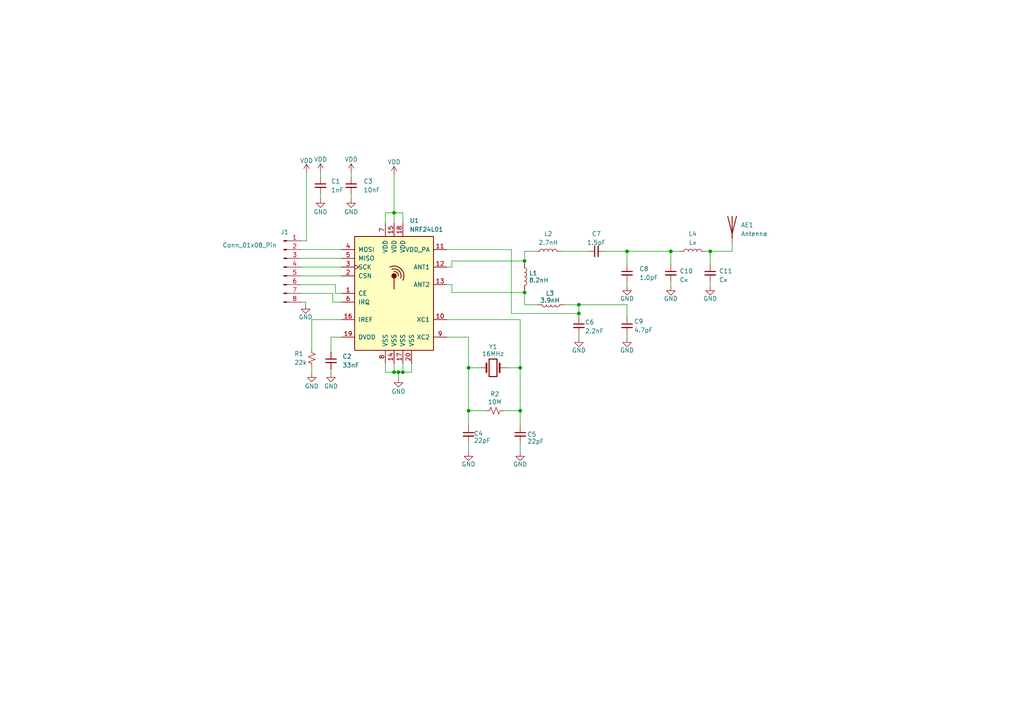
<source format=kicad_sch>
(kicad_sch (version 20230121) (generator eeschema)

  (uuid 6942be11-e476-41bf-8baa-8c8e4a8403a5)

  (paper "A4")

  (lib_symbols
    (symbol "Connector:Conn_01x08_Pin" (pin_names (offset 1.016) hide) (in_bom yes) (on_board yes)
      (property "Reference" "J" (at 0 10.16 0)
        (effects (font (size 1.27 1.27)))
      )
      (property "Value" "Conn_01x08_Pin" (at 0 -12.7 0)
        (effects (font (size 1.27 1.27)))
      )
      (property "Footprint" "" (at 0 0 0)
        (effects (font (size 1.27 1.27)) hide)
      )
      (property "Datasheet" "~" (at 0 0 0)
        (effects (font (size 1.27 1.27)) hide)
      )
      (property "ki_locked" "" (at 0 0 0)
        (effects (font (size 1.27 1.27)))
      )
      (property "ki_keywords" "connector" (at 0 0 0)
        (effects (font (size 1.27 1.27)) hide)
      )
      (property "ki_description" "Generic connector, single row, 01x08, script generated" (at 0 0 0)
        (effects (font (size 1.27 1.27)) hide)
      )
      (property "ki_fp_filters" "Connector*:*_1x??_*" (at 0 0 0)
        (effects (font (size 1.27 1.27)) hide)
      )
      (symbol "Conn_01x08_Pin_1_1"
        (polyline
          (pts
            (xy 1.27 -10.16)
            (xy 0.8636 -10.16)
          )
          (stroke (width 0.1524) (type default))
          (fill (type none))
        )
        (polyline
          (pts
            (xy 1.27 -7.62)
            (xy 0.8636 -7.62)
          )
          (stroke (width 0.1524) (type default))
          (fill (type none))
        )
        (polyline
          (pts
            (xy 1.27 -5.08)
            (xy 0.8636 -5.08)
          )
          (stroke (width 0.1524) (type default))
          (fill (type none))
        )
        (polyline
          (pts
            (xy 1.27 -2.54)
            (xy 0.8636 -2.54)
          )
          (stroke (width 0.1524) (type default))
          (fill (type none))
        )
        (polyline
          (pts
            (xy 1.27 0)
            (xy 0.8636 0)
          )
          (stroke (width 0.1524) (type default))
          (fill (type none))
        )
        (polyline
          (pts
            (xy 1.27 2.54)
            (xy 0.8636 2.54)
          )
          (stroke (width 0.1524) (type default))
          (fill (type none))
        )
        (polyline
          (pts
            (xy 1.27 5.08)
            (xy 0.8636 5.08)
          )
          (stroke (width 0.1524) (type default))
          (fill (type none))
        )
        (polyline
          (pts
            (xy 1.27 7.62)
            (xy 0.8636 7.62)
          )
          (stroke (width 0.1524) (type default))
          (fill (type none))
        )
        (rectangle (start 0.8636 -10.033) (end 0 -10.287)
          (stroke (width 0.1524) (type default))
          (fill (type outline))
        )
        (rectangle (start 0.8636 -7.493) (end 0 -7.747)
          (stroke (width 0.1524) (type default))
          (fill (type outline))
        )
        (rectangle (start 0.8636 -4.953) (end 0 -5.207)
          (stroke (width 0.1524) (type default))
          (fill (type outline))
        )
        (rectangle (start 0.8636 -2.413) (end 0 -2.667)
          (stroke (width 0.1524) (type default))
          (fill (type outline))
        )
        (rectangle (start 0.8636 0.127) (end 0 -0.127)
          (stroke (width 0.1524) (type default))
          (fill (type outline))
        )
        (rectangle (start 0.8636 2.667) (end 0 2.413)
          (stroke (width 0.1524) (type default))
          (fill (type outline))
        )
        (rectangle (start 0.8636 5.207) (end 0 4.953)
          (stroke (width 0.1524) (type default))
          (fill (type outline))
        )
        (rectangle (start 0.8636 7.747) (end 0 7.493)
          (stroke (width 0.1524) (type default))
          (fill (type outline))
        )
        (pin passive line (at 5.08 7.62 180) (length 3.81)
          (name "Pin_1" (effects (font (size 1.27 1.27))))
          (number "1" (effects (font (size 1.27 1.27))))
        )
        (pin passive line (at 5.08 5.08 180) (length 3.81)
          (name "Pin_2" (effects (font (size 1.27 1.27))))
          (number "2" (effects (font (size 1.27 1.27))))
        )
        (pin passive line (at 5.08 2.54 180) (length 3.81)
          (name "Pin_3" (effects (font (size 1.27 1.27))))
          (number "3" (effects (font (size 1.27 1.27))))
        )
        (pin passive line (at 5.08 0 180) (length 3.81)
          (name "Pin_4" (effects (font (size 1.27 1.27))))
          (number "4" (effects (font (size 1.27 1.27))))
        )
        (pin passive line (at 5.08 -2.54 180) (length 3.81)
          (name "Pin_5" (effects (font (size 1.27 1.27))))
          (number "5" (effects (font (size 1.27 1.27))))
        )
        (pin passive line (at 5.08 -5.08 180) (length 3.81)
          (name "Pin_6" (effects (font (size 1.27 1.27))))
          (number "6" (effects (font (size 1.27 1.27))))
        )
        (pin passive line (at 5.08 -7.62 180) (length 3.81)
          (name "Pin_7" (effects (font (size 1.27 1.27))))
          (number "7" (effects (font (size 1.27 1.27))))
        )
        (pin passive line (at 5.08 -10.16 180) (length 3.81)
          (name "Pin_8" (effects (font (size 1.27 1.27))))
          (number "8" (effects (font (size 1.27 1.27))))
        )
      )
    )
    (symbol "Device:Antenna" (pin_numbers hide) (pin_names (offset 1.016) hide) (in_bom yes) (on_board yes)
      (property "Reference" "AE" (at -1.905 1.905 0)
        (effects (font (size 1.27 1.27)) (justify right))
      )
      (property "Value" "Antenna" (at -1.905 0 0)
        (effects (font (size 1.27 1.27)) (justify right))
      )
      (property "Footprint" "" (at 0 0 0)
        (effects (font (size 1.27 1.27)) hide)
      )
      (property "Datasheet" "~" (at 0 0 0)
        (effects (font (size 1.27 1.27)) hide)
      )
      (property "ki_keywords" "antenna" (at 0 0 0)
        (effects (font (size 1.27 1.27)) hide)
      )
      (property "ki_description" "Antenna" (at 0 0 0)
        (effects (font (size 1.27 1.27)) hide)
      )
      (symbol "Antenna_0_1"
        (polyline
          (pts
            (xy 0 2.54)
            (xy 0 -3.81)
          )
          (stroke (width 0.254) (type default))
          (fill (type none))
        )
        (polyline
          (pts
            (xy 1.27 2.54)
            (xy 0 -2.54)
            (xy -1.27 2.54)
          )
          (stroke (width 0.254) (type default))
          (fill (type none))
        )
      )
      (symbol "Antenna_1_1"
        (pin input line (at 0 -5.08 90) (length 2.54)
          (name "A" (effects (font (size 1.27 1.27))))
          (number "1" (effects (font (size 1.27 1.27))))
        )
      )
    )
    (symbol "Device:C_Small" (pin_numbers hide) (pin_names (offset 0.254) hide) (in_bom yes) (on_board yes)
      (property "Reference" "C" (at 0.254 1.778 0)
        (effects (font (size 1.27 1.27)) (justify left))
      )
      (property "Value" "C_Small" (at 0.254 -2.032 0)
        (effects (font (size 1.27 1.27)) (justify left))
      )
      (property "Footprint" "" (at 0 0 0)
        (effects (font (size 1.27 1.27)) hide)
      )
      (property "Datasheet" "~" (at 0 0 0)
        (effects (font (size 1.27 1.27)) hide)
      )
      (property "ki_keywords" "capacitor cap" (at 0 0 0)
        (effects (font (size 1.27 1.27)) hide)
      )
      (property "ki_description" "Unpolarized capacitor, small symbol" (at 0 0 0)
        (effects (font (size 1.27 1.27)) hide)
      )
      (property "ki_fp_filters" "C_*" (at 0 0 0)
        (effects (font (size 1.27 1.27)) hide)
      )
      (symbol "C_Small_0_1"
        (polyline
          (pts
            (xy -1.524 -0.508)
            (xy 1.524 -0.508)
          )
          (stroke (width 0.3302) (type default))
          (fill (type none))
        )
        (polyline
          (pts
            (xy -1.524 0.508)
            (xy 1.524 0.508)
          )
          (stroke (width 0.3048) (type default))
          (fill (type none))
        )
      )
      (symbol "C_Small_1_1"
        (pin passive line (at 0 2.54 270) (length 2.032)
          (name "~" (effects (font (size 1.27 1.27))))
          (number "1" (effects (font (size 1.27 1.27))))
        )
        (pin passive line (at 0 -2.54 90) (length 2.032)
          (name "~" (effects (font (size 1.27 1.27))))
          (number "2" (effects (font (size 1.27 1.27))))
        )
      )
    )
    (symbol "Device:Crystal" (pin_numbers hide) (pin_names (offset 1.016) hide) (in_bom yes) (on_board yes)
      (property "Reference" "Y" (at 0 3.81 0)
        (effects (font (size 1.27 1.27)))
      )
      (property "Value" "Crystal" (at 0 -3.81 0)
        (effects (font (size 1.27 1.27)))
      )
      (property "Footprint" "" (at 0 0 0)
        (effects (font (size 1.27 1.27)) hide)
      )
      (property "Datasheet" "~" (at 0 0 0)
        (effects (font (size 1.27 1.27)) hide)
      )
      (property "ki_keywords" "quartz ceramic resonator oscillator" (at 0 0 0)
        (effects (font (size 1.27 1.27)) hide)
      )
      (property "ki_description" "Two pin crystal" (at 0 0 0)
        (effects (font (size 1.27 1.27)) hide)
      )
      (property "ki_fp_filters" "Crystal*" (at 0 0 0)
        (effects (font (size 1.27 1.27)) hide)
      )
      (symbol "Crystal_0_1"
        (rectangle (start -1.143 2.54) (end 1.143 -2.54)
          (stroke (width 0.3048) (type default))
          (fill (type none))
        )
        (polyline
          (pts
            (xy -2.54 0)
            (xy -1.905 0)
          )
          (stroke (width 0) (type default))
          (fill (type none))
        )
        (polyline
          (pts
            (xy -1.905 -1.27)
            (xy -1.905 1.27)
          )
          (stroke (width 0.508) (type default))
          (fill (type none))
        )
        (polyline
          (pts
            (xy 1.905 -1.27)
            (xy 1.905 1.27)
          )
          (stroke (width 0.508) (type default))
          (fill (type none))
        )
        (polyline
          (pts
            (xy 2.54 0)
            (xy 1.905 0)
          )
          (stroke (width 0) (type default))
          (fill (type none))
        )
      )
      (symbol "Crystal_1_1"
        (pin passive line (at -3.81 0 0) (length 1.27)
          (name "1" (effects (font (size 1.27 1.27))))
          (number "1" (effects (font (size 1.27 1.27))))
        )
        (pin passive line (at 3.81 0 180) (length 1.27)
          (name "2" (effects (font (size 1.27 1.27))))
          (number "2" (effects (font (size 1.27 1.27))))
        )
      )
    )
    (symbol "Device:L" (pin_numbers hide) (pin_names (offset 1.016) hide) (in_bom yes) (on_board yes)
      (property "Reference" "L" (at -1.27 0 90)
        (effects (font (size 1.27 1.27)))
      )
      (property "Value" "L" (at 1.905 0 90)
        (effects (font (size 1.27 1.27)))
      )
      (property "Footprint" "" (at 0 0 0)
        (effects (font (size 1.27 1.27)) hide)
      )
      (property "Datasheet" "~" (at 0 0 0)
        (effects (font (size 1.27 1.27)) hide)
      )
      (property "ki_keywords" "inductor choke coil reactor magnetic" (at 0 0 0)
        (effects (font (size 1.27 1.27)) hide)
      )
      (property "ki_description" "Inductor" (at 0 0 0)
        (effects (font (size 1.27 1.27)) hide)
      )
      (property "ki_fp_filters" "Choke_* *Coil* Inductor_* L_*" (at 0 0 0)
        (effects (font (size 1.27 1.27)) hide)
      )
      (symbol "L_0_1"
        (arc (start 0 -2.54) (mid 0.6323 -1.905) (end 0 -1.27)
          (stroke (width 0) (type default))
          (fill (type none))
        )
        (arc (start 0 -1.27) (mid 0.6323 -0.635) (end 0 0)
          (stroke (width 0) (type default))
          (fill (type none))
        )
        (arc (start 0 0) (mid 0.6323 0.635) (end 0 1.27)
          (stroke (width 0) (type default))
          (fill (type none))
        )
        (arc (start 0 1.27) (mid 0.6323 1.905) (end 0 2.54)
          (stroke (width 0) (type default))
          (fill (type none))
        )
      )
      (symbol "L_1_1"
        (pin passive line (at 0 3.81 270) (length 1.27)
          (name "1" (effects (font (size 1.27 1.27))))
          (number "1" (effects (font (size 1.27 1.27))))
        )
        (pin passive line (at 0 -3.81 90) (length 1.27)
          (name "2" (effects (font (size 1.27 1.27))))
          (number "2" (effects (font (size 1.27 1.27))))
        )
      )
    )
    (symbol "Device:R_Small_US" (pin_numbers hide) (pin_names (offset 0.254) hide) (in_bom yes) (on_board yes)
      (property "Reference" "R" (at 0.762 0.508 0)
        (effects (font (size 1.27 1.27)) (justify left))
      )
      (property "Value" "R_Small_US" (at 0.762 -1.016 0)
        (effects (font (size 1.27 1.27)) (justify left))
      )
      (property "Footprint" "" (at 0 0 0)
        (effects (font (size 1.27 1.27)) hide)
      )
      (property "Datasheet" "~" (at 0 0 0)
        (effects (font (size 1.27 1.27)) hide)
      )
      (property "ki_keywords" "r resistor" (at 0 0 0)
        (effects (font (size 1.27 1.27)) hide)
      )
      (property "ki_description" "Resistor, small US symbol" (at 0 0 0)
        (effects (font (size 1.27 1.27)) hide)
      )
      (property "ki_fp_filters" "R_*" (at 0 0 0)
        (effects (font (size 1.27 1.27)) hide)
      )
      (symbol "R_Small_US_1_1"
        (polyline
          (pts
            (xy 0 0)
            (xy 1.016 -0.381)
            (xy 0 -0.762)
            (xy -1.016 -1.143)
            (xy 0 -1.524)
          )
          (stroke (width 0) (type default))
          (fill (type none))
        )
        (polyline
          (pts
            (xy 0 1.524)
            (xy 1.016 1.143)
            (xy 0 0.762)
            (xy -1.016 0.381)
            (xy 0 0)
          )
          (stroke (width 0) (type default))
          (fill (type none))
        )
        (pin passive line (at 0 2.54 270) (length 1.016)
          (name "~" (effects (font (size 1.27 1.27))))
          (number "1" (effects (font (size 1.27 1.27))))
        )
        (pin passive line (at 0 -2.54 90) (length 1.016)
          (name "~" (effects (font (size 1.27 1.27))))
          (number "2" (effects (font (size 1.27 1.27))))
        )
      )
    )
    (symbol "RF:NRF24L01" (pin_names (offset 1.016)) (in_bom yes) (on_board yes)
      (property "Reference" "U" (at -11.43 17.78 0)
        (effects (font (size 1.27 1.27)) (justify left))
      )
      (property "Value" "NRF24L01" (at 5.08 17.78 0)
        (effects (font (size 1.27 1.27)) (justify left))
      )
      (property "Footprint" "Package_DFN_QFN:QFN-20-1EP_4x4mm_P0.5mm_EP2.5x2.5mm" (at 5.08 20.32 0)
        (effects (font (size 1.27 1.27) italic) (justify left) hide)
      )
      (property "Datasheet" "http://www.nordicsemi.com/eng/content/download/2730/34105/file/nRF24L01_Product_Specification_v2_0.pdf" (at 0 2.54 0)
        (effects (font (size 1.27 1.27)) hide)
      )
      (property "ki_keywords" "Low Power RF Transceiver" (at 0 0 0)
        (effects (font (size 1.27 1.27)) hide)
      )
      (property "ki_description" "Ultra low power 2.4GHz RF Transceiver, QFN-20" (at 0 0 0)
        (effects (font (size 1.27 1.27)) hide)
      )
      (property "ki_fp_filters" "QFN*4x4*0.5mm*" (at 0 0 0)
        (effects (font (size 1.27 1.27)) hide)
      )
      (symbol "NRF24L01_0_1"
        (rectangle (start -11.43 16.51) (end 11.43 -16.51)
          (stroke (width 0.254) (type default))
          (fill (type background))
        )
        (polyline
          (pts
            (xy 0 4.445)
            (xy 0 1.27)
          )
          (stroke (width 0.254) (type default))
          (fill (type none))
        )
        (circle (center 0 5.08) (radius 0.635)
          (stroke (width 0.254) (type default))
          (fill (type outline))
        )
        (arc (start 1.27 5.08) (mid 0.9071 5.9946) (end 0 6.35)
          (stroke (width 0.254) (type default))
          (fill (type none))
        )
        (arc (start 1.905 4.445) (mid 1.4313 6.5254) (end -0.635 6.985)
          (stroke (width 0.254) (type default))
          (fill (type none))
        )
        (arc (start 2.54 3.81) (mid 2.008 7.088) (end -1.27 7.62)
          (stroke (width 0.254) (type default))
          (fill (type none))
        )
        (rectangle (start 11.43 -13.97) (end 11.43 -13.97)
          (stroke (width 0) (type default))
          (fill (type none))
        )
      )
      (symbol "NRF24L01_1_1"
        (pin input line (at -15.24 0 0) (length 3.81)
          (name "CE" (effects (font (size 1.27 1.27))))
          (number "1" (effects (font (size 1.27 1.27))))
        )
        (pin passive line (at 15.24 -7.62 180) (length 3.81)
          (name "XC1" (effects (font (size 1.27 1.27))))
          (number "10" (effects (font (size 1.27 1.27))))
        )
        (pin power_out line (at 15.24 12.7 180) (length 3.81)
          (name "VDD_PA" (effects (font (size 1.27 1.27))))
          (number "11" (effects (font (size 1.27 1.27))))
        )
        (pin passive line (at 15.24 7.62 180) (length 3.81)
          (name "ANT1" (effects (font (size 1.27 1.27))))
          (number "12" (effects (font (size 1.27 1.27))))
        )
        (pin passive line (at 15.24 2.54 180) (length 3.81)
          (name "ANT2" (effects (font (size 1.27 1.27))))
          (number "13" (effects (font (size 1.27 1.27))))
        )
        (pin power_in line (at 0 -20.32 90) (length 3.81)
          (name "VSS" (effects (font (size 1.27 1.27))))
          (number "14" (effects (font (size 1.27 1.27))))
        )
        (pin power_in line (at 0 20.32 270) (length 3.81)
          (name "VDD" (effects (font (size 1.27 1.27))))
          (number "15" (effects (font (size 1.27 1.27))))
        )
        (pin passive line (at -15.24 -7.62 0) (length 3.81)
          (name "IREF" (effects (font (size 1.27 1.27))))
          (number "16" (effects (font (size 1.27 1.27))))
        )
        (pin power_in line (at 2.54 -20.32 90) (length 3.81)
          (name "VSS" (effects (font (size 1.27 1.27))))
          (number "17" (effects (font (size 1.27 1.27))))
        )
        (pin power_in line (at 2.54 20.32 270) (length 3.81)
          (name "VDD" (effects (font (size 1.27 1.27))))
          (number "18" (effects (font (size 1.27 1.27))))
        )
        (pin power_out line (at -15.24 -12.7 0) (length 3.81)
          (name "DVDD" (effects (font (size 1.27 1.27))))
          (number "19" (effects (font (size 1.27 1.27))))
        )
        (pin input line (at -15.24 5.08 0) (length 3.81)
          (name "CSN" (effects (font (size 1.27 1.27))))
          (number "2" (effects (font (size 1.27 1.27))))
        )
        (pin power_in line (at 5.08 -20.32 90) (length 3.81)
          (name "VSS" (effects (font (size 1.27 1.27))))
          (number "20" (effects (font (size 1.27 1.27))))
        )
        (pin input clock (at -15.24 7.62 0) (length 3.81)
          (name "SCK" (effects (font (size 1.27 1.27))))
          (number "3" (effects (font (size 1.27 1.27))))
        )
        (pin input line (at -15.24 12.7 0) (length 3.81)
          (name "MOSI" (effects (font (size 1.27 1.27))))
          (number "4" (effects (font (size 1.27 1.27))))
        )
        (pin output line (at -15.24 10.16 0) (length 3.81)
          (name "MISO" (effects (font (size 1.27 1.27))))
          (number "5" (effects (font (size 1.27 1.27))))
        )
        (pin output line (at -15.24 -2.54 0) (length 3.81)
          (name "IRQ" (effects (font (size 1.27 1.27))))
          (number "6" (effects (font (size 1.27 1.27))))
        )
        (pin power_in line (at -2.54 20.32 270) (length 3.81)
          (name "VDD" (effects (font (size 1.27 1.27))))
          (number "7" (effects (font (size 1.27 1.27))))
        )
        (pin power_in line (at -2.54 -20.32 90) (length 3.81)
          (name "VSS" (effects (font (size 1.27 1.27))))
          (number "8" (effects (font (size 1.27 1.27))))
        )
        (pin passive line (at 15.24 -12.7 180) (length 3.81)
          (name "XC2" (effects (font (size 1.27 1.27))))
          (number "9" (effects (font (size 1.27 1.27))))
        )
      )
    )
    (symbol "power:GND" (power) (pin_names (offset 0)) (in_bom yes) (on_board yes)
      (property "Reference" "#PWR" (at 0 -6.35 0)
        (effects (font (size 1.27 1.27)) hide)
      )
      (property "Value" "GND" (at 0 -3.81 0)
        (effects (font (size 1.27 1.27)))
      )
      (property "Footprint" "" (at 0 0 0)
        (effects (font (size 1.27 1.27)) hide)
      )
      (property "Datasheet" "" (at 0 0 0)
        (effects (font (size 1.27 1.27)) hide)
      )
      (property "ki_keywords" "global power" (at 0 0 0)
        (effects (font (size 1.27 1.27)) hide)
      )
      (property "ki_description" "Power symbol creates a global label with name \"GND\" , ground" (at 0 0 0)
        (effects (font (size 1.27 1.27)) hide)
      )
      (symbol "GND_0_1"
        (polyline
          (pts
            (xy 0 0)
            (xy 0 -1.27)
            (xy 1.27 -1.27)
            (xy 0 -2.54)
            (xy -1.27 -1.27)
            (xy 0 -1.27)
          )
          (stroke (width 0) (type default))
          (fill (type none))
        )
      )
      (symbol "GND_1_1"
        (pin power_in line (at 0 0 270) (length 0) hide
          (name "GND" (effects (font (size 1.27 1.27))))
          (number "1" (effects (font (size 1.27 1.27))))
        )
      )
    )
    (symbol "power:VDD" (power) (pin_names (offset 0)) (in_bom yes) (on_board yes)
      (property "Reference" "#PWR" (at 0 -3.81 0)
        (effects (font (size 1.27 1.27)) hide)
      )
      (property "Value" "VDD" (at 0 3.81 0)
        (effects (font (size 1.27 1.27)))
      )
      (property "Footprint" "" (at 0 0 0)
        (effects (font (size 1.27 1.27)) hide)
      )
      (property "Datasheet" "" (at 0 0 0)
        (effects (font (size 1.27 1.27)) hide)
      )
      (property "ki_keywords" "global power" (at 0 0 0)
        (effects (font (size 1.27 1.27)) hide)
      )
      (property "ki_description" "Power symbol creates a global label with name \"VDD\"" (at 0 0 0)
        (effects (font (size 1.27 1.27)) hide)
      )
      (symbol "VDD_0_1"
        (polyline
          (pts
            (xy -0.762 1.27)
            (xy 0 2.54)
          )
          (stroke (width 0) (type default))
          (fill (type none))
        )
        (polyline
          (pts
            (xy 0 0)
            (xy 0 2.54)
          )
          (stroke (width 0) (type default))
          (fill (type none))
        )
        (polyline
          (pts
            (xy 0 2.54)
            (xy 0.762 1.27)
          )
          (stroke (width 0) (type default))
          (fill (type none))
        )
      )
      (symbol "VDD_1_1"
        (pin power_in line (at 0 0 90) (length 0) hide
          (name "VDD" (effects (font (size 1.27 1.27))))
          (number "1" (effects (font (size 1.27 1.27))))
        )
      )
    )
  )

  (junction (at 135.89 106.68) (diameter 0) (color 0 0 0 0)
    (uuid 06fb5ad8-723c-40d1-a8af-08a5f55aa43b)
  )
  (junction (at 194.564 72.898) (diameter 0) (color 0 0 0 0)
    (uuid 0968d40c-f76c-4554-bef9-84f2e5c9fbe3)
  )
  (junction (at 150.876 106.68) (diameter 0) (color 0 0 0 0)
    (uuid 25d583f7-b3a6-43e5-b20c-b9d5cc1bd839)
  )
  (junction (at 205.994 72.898) (diameter 0) (color 0 0 0 0)
    (uuid 5121b644-3b2e-4d7a-ba77-155377256a1f)
  )
  (junction (at 167.894 88.392) (diameter 0) (color 0 0 0 0)
    (uuid 62f985fe-a089-48c2-acd1-800cd881a014)
  )
  (junction (at 116.84 107.95) (diameter 0) (color 0 0 0 0)
    (uuid 823d4c2f-6c64-47cc-a703-1a08642aba23)
  )
  (junction (at 152.146 75.692) (diameter 0) (color 0 0 0 0)
    (uuid ab6e0472-adf8-4be2-8169-eaedc4ad47c1)
  )
  (junction (at 150.876 119.126) (diameter 0) (color 0 0 0 0)
    (uuid c2500a7e-7249-44c0-b48b-4ba32b9c798f)
  )
  (junction (at 115.57 107.95) (diameter 0) (color 0 0 0 0)
    (uuid cb7aadbf-05e2-4baf-8410-482cd272c804)
  )
  (junction (at 114.3 107.95) (diameter 0) (color 0 0 0 0)
    (uuid d4879f7f-fffa-42e7-bb76-bad05112bbc2)
  )
  (junction (at 181.864 72.898) (diameter 0) (color 0 0 0 0)
    (uuid df970401-2e0f-4110-a9db-673e159ed687)
  )
  (junction (at 167.894 90.932) (diameter 0) (color 0 0 0 0)
    (uuid e4a02c0c-a484-43ea-9123-df6d0f9dcede)
  )
  (junction (at 114.3 61.722) (diameter 0) (color 0 0 0 0)
    (uuid f2b2e0a6-f5b9-4d79-b15c-9eee24a62a6b)
  )
  (junction (at 135.89 119.126) (diameter 0) (color 0 0 0 0)
    (uuid f87cf2e6-87d9-40ca-9222-073bd2fdd701)
  )
  (junction (at 152.146 84.836) (diameter 0) (color 0 0 0 0)
    (uuid fd7e2649-d6d4-4d98-8d93-a646cf224bfa)
  )

  (wire (pts (xy 111.76 107.95) (xy 114.3 107.95))
    (stroke (width 0) (type default))
    (uuid 01eaf6e2-7cbb-4f45-8474-92ed53399cf3)
  )
  (wire (pts (xy 87.376 82.55) (xy 97.282 82.55))
    (stroke (width 0) (type default))
    (uuid 03d7493d-b203-4930-9876-4f327c0b00ab)
  )
  (wire (pts (xy 114.3 50.8) (xy 114.3 61.722))
    (stroke (width 0) (type default))
    (uuid 05e7b728-99f9-4577-b0d2-27f7f2014bda)
  )
  (wire (pts (xy 150.876 92.71) (xy 150.876 106.68))
    (stroke (width 0) (type default))
    (uuid 0bc9857a-c082-481b-9dae-577a0c3588e4)
  )
  (wire (pts (xy 96.52 87.63) (xy 99.06 87.63))
    (stroke (width 0) (type default))
    (uuid 0ea38131-cde0-4101-a255-d8cdcf5d0a52)
  )
  (wire (pts (xy 194.564 72.898) (xy 194.564 76.708))
    (stroke (width 0) (type default))
    (uuid 11a83463-2842-42a1-a4e0-e5bd712ec759)
  )
  (wire (pts (xy 205.994 72.898) (xy 205.994 76.708))
    (stroke (width 0) (type default))
    (uuid 132b4da7-85e0-4433-a26f-6eb7dbb0886b)
  )
  (wire (pts (xy 152.146 72.898) (xy 152.146 75.692))
    (stroke (width 0) (type default))
    (uuid 1548e251-4136-48be-b249-b0f288edf5bb)
  )
  (wire (pts (xy 181.864 72.898) (xy 181.864 76.708))
    (stroke (width 0) (type default))
    (uuid 17a961ca-0622-4163-af57-9ad5ef7ba896)
  )
  (wire (pts (xy 181.864 72.898) (xy 194.564 72.898))
    (stroke (width 0) (type default))
    (uuid 180b5e7d-a5c2-478e-b3c1-ea151ea44638)
  )
  (wire (pts (xy 114.3 61.722) (xy 116.84 61.722))
    (stroke (width 0) (type default))
    (uuid 193334d1-e98b-4d48-9add-fe707edb40d7)
  )
  (wire (pts (xy 181.864 88.392) (xy 181.864 91.948))
    (stroke (width 0) (type default))
    (uuid 22cc053a-c952-403b-bd48-c9118d824846)
  )
  (wire (pts (xy 96.012 97.79) (xy 96.012 102.108))
    (stroke (width 0) (type default))
    (uuid 26183683-bca5-4ba5-939a-5544d67cc55f)
  )
  (wire (pts (xy 150.876 128.524) (xy 150.876 131.064))
    (stroke (width 0) (type default))
    (uuid 27f229d0-cdb8-44fd-a203-095dae94e58d)
  )
  (wire (pts (xy 88.9 69.85) (xy 88.9 50.165))
    (stroke (width 0) (type default))
    (uuid 2e5927f8-f140-4bb5-a642-b73185f9015d)
  )
  (wire (pts (xy 135.89 119.126) (xy 135.89 106.68))
    (stroke (width 0) (type default))
    (uuid 2fec34b4-f013-49d3-b78e-059308ce97ab)
  )
  (wire (pts (xy 87.376 80.01) (xy 99.06 80.01))
    (stroke (width 0) (type default))
    (uuid 3740c3ca-e644-4736-ba32-6e7a0769819e)
  )
  (wire (pts (xy 115.57 107.95) (xy 116.84 107.95))
    (stroke (width 0) (type default))
    (uuid 39bfa8ae-6eca-4166-bf42-56eb1a69c212)
  )
  (wire (pts (xy 116.84 105.41) (xy 116.84 107.95))
    (stroke (width 0) (type default))
    (uuid 3e47d340-3a8a-4fab-81f3-46ba8d6c322c)
  )
  (wire (pts (xy 99.06 97.79) (xy 96.012 97.79))
    (stroke (width 0) (type default))
    (uuid 406c0cb7-a5cf-40bc-8160-6df96cf96d59)
  )
  (wire (pts (xy 167.894 97.028) (xy 167.894 98.044))
    (stroke (width 0) (type default))
    (uuid 4113b45e-f34f-44f1-b460-279ed97ea4b6)
  )
  (wire (pts (xy 115.57 107.95) (xy 115.57 109.728))
    (stroke (width 0) (type default))
    (uuid 413cf21d-bff5-4512-8400-6e6af8360573)
  )
  (wire (pts (xy 155.956 88.392) (xy 152.146 88.392))
    (stroke (width 0) (type default))
    (uuid 48be4760-e8e5-4e06-b010-1540c9d5dfda)
  )
  (wire (pts (xy 111.76 64.77) (xy 111.76 61.722))
    (stroke (width 0) (type default))
    (uuid 4b8b6880-d215-4ddc-95ff-bf79ba4ac610)
  )
  (wire (pts (xy 194.564 81.788) (xy 194.564 83.058))
    (stroke (width 0) (type default))
    (uuid 50db3a60-dae2-41e5-8d74-513ce6db6003)
  )
  (wire (pts (xy 152.146 75.692) (xy 152.146 76.454))
    (stroke (width 0) (type default))
    (uuid 565ca2d0-7f0e-454e-8444-30f4027b81d1)
  )
  (wire (pts (xy 101.854 50.038) (xy 101.854 51.308))
    (stroke (width 0) (type default))
    (uuid 5c7c93f5-9e7d-4a69-b133-9eadf48773a9)
  )
  (wire (pts (xy 167.894 88.392) (xy 181.864 88.392))
    (stroke (width 0) (type default))
    (uuid 5d7f703a-ea63-4ed6-b3df-edd790c42c3c)
  )
  (wire (pts (xy 129.54 77.47) (xy 131.064 77.47))
    (stroke (width 0) (type default))
    (uuid 62038d3f-5ecd-42f7-8892-5d89296ee64a)
  )
  (wire (pts (xy 114.3 107.95) (xy 115.57 107.95))
    (stroke (width 0) (type default))
    (uuid 6291be37-ef26-418b-933b-fca70341df2c)
  )
  (wire (pts (xy 131.064 77.47) (xy 131.064 75.692))
    (stroke (width 0) (type default))
    (uuid 66e5569d-37bf-4600-8b08-b354f69d6093)
  )
  (wire (pts (xy 162.814 72.898) (xy 170.434 72.898))
    (stroke (width 0) (type default))
    (uuid 680637c0-6ff8-4750-86fd-85de043deb12)
  )
  (wire (pts (xy 135.89 97.79) (xy 135.89 106.68))
    (stroke (width 0) (type default))
    (uuid 68425367-c0e0-479f-b30e-4bdf5d3bbd58)
  )
  (wire (pts (xy 116.84 107.95) (xy 119.38 107.95))
    (stroke (width 0) (type default))
    (uuid 6a55d141-80ff-42f6-9598-be71e4d5a76f)
  )
  (wire (pts (xy 135.89 128.524) (xy 135.89 131.064))
    (stroke (width 0) (type default))
    (uuid 6ab38420-5c46-42b1-a1d3-51b8b623b725)
  )
  (wire (pts (xy 114.3 61.722) (xy 114.3 64.77))
    (stroke (width 0) (type default))
    (uuid 6b25648a-7360-4127-9d9b-645fd9ddec03)
  )
  (wire (pts (xy 116.84 61.722) (xy 116.84 64.77))
    (stroke (width 0) (type default))
    (uuid 6c206f0c-1fc0-42e7-a48f-b1d615fee1de)
  )
  (wire (pts (xy 146.05 119.126) (xy 150.876 119.126))
    (stroke (width 0) (type default))
    (uuid 72828136-1a63-4a3a-a63d-3d4569e0ba11)
  )
  (wire (pts (xy 111.76 61.722) (xy 114.3 61.722))
    (stroke (width 0) (type default))
    (uuid 72df9959-f46f-48eb-9fea-8d1acf022ae5)
  )
  (wire (pts (xy 181.864 83.058) (xy 181.864 81.788))
    (stroke (width 0) (type default))
    (uuid 758770ef-0529-4cbd-adb2-d9991e05db67)
  )
  (wire (pts (xy 87.376 69.85) (xy 88.9 69.85))
    (stroke (width 0) (type default))
    (uuid 789f4ce0-f4ff-419a-9b18-51b074ba6e63)
  )
  (wire (pts (xy 131.064 84.836) (xy 152.146 84.836))
    (stroke (width 0) (type default))
    (uuid 7974b0ae-5462-480e-9596-8803e2fe3d1c)
  )
  (wire (pts (xy 97.282 82.55) (xy 97.282 85.09))
    (stroke (width 0) (type default))
    (uuid 7a11fc01-0333-4cc9-a73e-01f29f27b2c3)
  )
  (wire (pts (xy 90.424 108.204) (xy 90.424 106.426))
    (stroke (width 0) (type default))
    (uuid 7b5c1928-ce3b-42a3-8607-29e25d5a3505)
  )
  (wire (pts (xy 194.564 72.898) (xy 197.104 72.898))
    (stroke (width 0) (type default))
    (uuid 7c89654c-8009-436e-92e0-bb4013b6789e)
  )
  (wire (pts (xy 148.336 90.932) (xy 167.894 90.932))
    (stroke (width 0) (type default))
    (uuid 7ceb65cc-e90d-4401-96d2-c282020554d2)
  )
  (wire (pts (xy 135.89 119.126) (xy 135.89 123.444))
    (stroke (width 0) (type default))
    (uuid 7cfeaf31-e745-4f24-83c2-d1befa96a235)
  )
  (wire (pts (xy 175.514 72.898) (xy 181.864 72.898))
    (stroke (width 0) (type default))
    (uuid 7e7d1a91-2884-4abd-96f1-3e5d88b2cd5a)
  )
  (wire (pts (xy 131.064 82.55) (xy 131.064 84.836))
    (stroke (width 0) (type default))
    (uuid 83474157-64e6-4212-af76-e73feee0afed)
  )
  (wire (pts (xy 205.994 81.788) (xy 205.994 83.058))
    (stroke (width 0) (type default))
    (uuid 83598f6f-ba20-4f15-bc64-5984ae2d83f5)
  )
  (wire (pts (xy 204.724 72.898) (xy 205.994 72.898))
    (stroke (width 0) (type default))
    (uuid 854062c1-3988-47ac-83bb-20c3ab191ac7)
  )
  (wire (pts (xy 131.064 75.692) (xy 152.146 75.692))
    (stroke (width 0) (type default))
    (uuid 87671ac7-034b-4619-9f1a-43d2e4dd1f8e)
  )
  (wire (pts (xy 114.3 105.41) (xy 114.3 107.95))
    (stroke (width 0) (type default))
    (uuid 8a0bc04b-a306-4532-af53-b27a41461877)
  )
  (wire (pts (xy 181.864 97.028) (xy 181.864 98.044))
    (stroke (width 0) (type default))
    (uuid 8f16f68e-5174-402f-a724-3a9c9e147109)
  )
  (wire (pts (xy 212.344 72.898) (xy 205.994 72.898))
    (stroke (width 0) (type default))
    (uuid 9131dc66-0e0d-4c40-b163-a7695add3f02)
  )
  (wire (pts (xy 129.54 97.79) (xy 135.89 97.79))
    (stroke (width 0) (type default))
    (uuid 924d6f19-d3aa-4279-a625-cefbbc4d5aff)
  )
  (wire (pts (xy 129.54 72.39) (xy 148.336 72.39))
    (stroke (width 0) (type default))
    (uuid 928522fe-6691-41f6-be9a-2661b336e009)
  )
  (wire (pts (xy 167.894 90.932) (xy 167.894 91.948))
    (stroke (width 0) (type default))
    (uuid 92c8164d-6730-4254-b2e6-52323e185492)
  )
  (wire (pts (xy 152.146 84.836) (xy 152.146 84.074))
    (stroke (width 0) (type default))
    (uuid 93227b02-d975-4c89-8ae1-4bb86ecfd7b0)
  )
  (wire (pts (xy 90.424 92.71) (xy 90.424 101.346))
    (stroke (width 0) (type default))
    (uuid 94294bbe-86d5-4c41-9d64-8bef2e7d8fbf)
  )
  (wire (pts (xy 135.89 106.68) (xy 139.192 106.68))
    (stroke (width 0) (type default))
    (uuid 94b9c54b-0560-4414-8957-99a29fd42342)
  )
  (wire (pts (xy 148.336 72.39) (xy 148.336 90.932))
    (stroke (width 0) (type default))
    (uuid 985a9e48-e8f2-42fd-82e0-0cc159415b2c)
  )
  (wire (pts (xy 92.964 50.038) (xy 92.964 51.308))
    (stroke (width 0) (type default))
    (uuid 9cf47e07-b1cd-4d69-8fa6-c5df1bccd75c)
  )
  (wire (pts (xy 119.38 107.95) (xy 119.38 105.41))
    (stroke (width 0) (type default))
    (uuid a46f3614-99c2-4628-9494-43f38f834fe7)
  )
  (wire (pts (xy 111.76 105.41) (xy 111.76 107.95))
    (stroke (width 0) (type default))
    (uuid a5d54b7e-050b-4b9a-a03d-295a2cde1e33)
  )
  (wire (pts (xy 96.52 85.09) (xy 96.52 87.63))
    (stroke (width 0) (type default))
    (uuid a9e9b78d-5314-4123-812c-8e1cdb57be61)
  )
  (wire (pts (xy 146.812 106.68) (xy 150.876 106.68))
    (stroke (width 0) (type default))
    (uuid b15e300c-bd57-4a1d-b048-7824f159e83f)
  )
  (wire (pts (xy 152.146 88.392) (xy 152.146 84.836))
    (stroke (width 0) (type default))
    (uuid b4e3d851-e9dc-45da-b6b2-0d8718e79a83)
  )
  (wire (pts (xy 129.54 92.71) (xy 150.876 92.71))
    (stroke (width 0) (type default))
    (uuid ba9f4237-064b-4d81-acd4-08e794880bc3)
  )
  (wire (pts (xy 88.646 88.392) (xy 88.646 87.63))
    (stroke (width 0) (type default))
    (uuid bcbaadbd-d964-4b40-b123-ccb2b1e190b5)
  )
  (wire (pts (xy 167.894 88.392) (xy 167.894 90.932))
    (stroke (width 0) (type default))
    (uuid c8ced236-22b9-48b8-9927-3fa3780720f7)
  )
  (wire (pts (xy 87.376 77.47) (xy 99.06 77.47))
    (stroke (width 0) (type default))
    (uuid ca1946c6-3421-426d-be7d-63effdad3ec6)
  )
  (wire (pts (xy 135.89 119.126) (xy 140.97 119.126))
    (stroke (width 0) (type default))
    (uuid cc45a7f7-ca65-4617-ad97-f1861c1e8848)
  )
  (wire (pts (xy 99.06 92.71) (xy 90.424 92.71))
    (stroke (width 0) (type default))
    (uuid ce7f8913-0384-49d3-b833-c689ed990f77)
  )
  (wire (pts (xy 150.876 106.68) (xy 150.876 119.126))
    (stroke (width 0) (type default))
    (uuid d5ed5419-aa2c-4309-a52f-6509b950aeff)
  )
  (wire (pts (xy 96.012 107.188) (xy 96.012 108.204))
    (stroke (width 0) (type default))
    (uuid d951694e-10a4-4184-bd7d-a657c07807ad)
  )
  (wire (pts (xy 163.576 88.392) (xy 167.894 88.392))
    (stroke (width 0) (type default))
    (uuid e2e607d8-ae07-4579-a782-15e59aa8fecf)
  )
  (wire (pts (xy 101.854 56.388) (xy 101.854 57.658))
    (stroke (width 0) (type default))
    (uuid e3acd4e1-6918-46f2-8f66-5e1962d59529)
  )
  (wire (pts (xy 92.964 56.388) (xy 92.964 57.658))
    (stroke (width 0) (type default))
    (uuid e57ef6fb-3ded-44a4-bf14-73df00966a1e)
  )
  (wire (pts (xy 129.54 82.55) (xy 131.064 82.55))
    (stroke (width 0) (type default))
    (uuid e6c60a3c-e260-46b3-a221-d9d151a92e8a)
  )
  (wire (pts (xy 87.376 74.93) (xy 99.06 74.93))
    (stroke (width 0) (type default))
    (uuid ea7fdf4b-148a-4417-ae1d-414299885579)
  )
  (wire (pts (xy 97.282 85.09) (xy 99.06 85.09))
    (stroke (width 0) (type default))
    (uuid edafc084-2478-49d1-a9ac-99a1a4370b95)
  )
  (wire (pts (xy 87.376 85.09) (xy 96.52 85.09))
    (stroke (width 0) (type default))
    (uuid ef8ef479-f8f0-4da9-ab6a-d14e180fb758)
  )
  (wire (pts (xy 88.646 87.63) (xy 87.376 87.63))
    (stroke (width 0) (type default))
    (uuid efdae29a-2f74-415d-8310-0976d57a182a)
  )
  (wire (pts (xy 212.344 70.358) (xy 212.344 72.898))
    (stroke (width 0) (type default))
    (uuid f6c0df6b-5d7a-43c8-b965-c9b34da6fbad)
  )
  (wire (pts (xy 99.06 72.39) (xy 87.376 72.39))
    (stroke (width 0) (type default))
    (uuid f86bb388-f0e9-40ed-88a0-3ce812c0f189)
  )
  (wire (pts (xy 150.876 119.126) (xy 150.876 123.444))
    (stroke (width 0) (type default))
    (uuid fd0cd299-1723-4283-98e9-ca943bbc6f9a)
  )
  (wire (pts (xy 155.194 72.898) (xy 152.146 72.898))
    (stroke (width 0) (type default))
    (uuid ff6a5180-ed85-4cd8-add9-1df3429c2230)
  )

  (symbol (lib_id "Device:Crystal") (at 143.002 106.68 0) (unit 1)
    (in_bom yes) (on_board yes) (dnp no)
    (uuid 07d9fc1d-bab2-43ac-87da-8670273201f6)
    (property "Reference" "Y1" (at 143.002 100.584 0)
      (effects (font (size 1.27 1.27)))
    )
    (property "Value" "16MHz" (at 143.002 102.616 0)
      (effects (font (size 1.27 1.27)))
    )
    (property "Footprint" "Crystal:Crystal_SMD_3215-2Pin_3.2x1.5mm" (at 143.002 106.68 0)
      (effects (font (size 1.27 1.27)) hide)
    )
    (property "Datasheet" "~" (at 143.002 106.68 0)
      (effects (font (size 1.27 1.27)) hide)
    )
    (pin "1" (uuid b12b8431-0aa4-42d4-a11d-d1a4c8a1839d))
    (pin "2" (uuid fdb897f8-3233-4d86-9e53-9159748b3948))
    (instances
      (project "Rafael Leonardo-2022-0982-PCB"
        (path "/6942be11-e476-41bf-8baa-8c8e4a8403a5"
          (reference "Y1") (unit 1)
        )
      )
    )
  )

  (symbol (lib_id "Device:C_Small") (at 167.894 94.488 0) (unit 1)
    (in_bom yes) (on_board yes) (dnp no)
    (uuid 1a639e19-5be3-441e-9902-74839a0f18e6)
    (property "Reference" "C6" (at 169.672 93.472 0)
      (effects (font (size 1.27 1.27)) (justify left))
    )
    (property "Value" "2.2nF" (at 169.672 96.012 0)
      (effects (font (size 1.27 1.27)) (justify left))
    )
    (property "Footprint" "Capacitor_SMD:C_0402_1005Metric" (at 167.894 94.488 0)
      (effects (font (size 1.27 1.27)) hide)
    )
    (property "Datasheet" "~" (at 167.894 94.488 0)
      (effects (font (size 1.27 1.27)) hide)
    )
    (pin "1" (uuid 242eec65-c42c-4727-a1d0-fed05dc9d30d))
    (pin "2" (uuid 32b5b7f5-22d1-4c12-8b9c-69c45e4cb2d3))
    (instances
      (project "Rafael Leonardo-2022-0982-PCB"
        (path "/6942be11-e476-41bf-8baa-8c8e4a8403a5"
          (reference "C6") (unit 1)
        )
      )
    )
  )

  (symbol (lib_id "power:VDD") (at 88.9 50.165 0) (unit 1)
    (in_bom yes) (on_board yes) (dnp no)
    (uuid 1ad7a844-9f78-44dc-aa8b-8594575d8afd)
    (property "Reference" "#PWR02" (at 88.9 53.975 0)
      (effects (font (size 1.27 1.27)) hide)
    )
    (property "Value" "VDD" (at 88.9 46.609 0)
      (effects (font (size 1.27 1.27)))
    )
    (property "Footprint" "" (at 88.9 50.165 0)
      (effects (font (size 1.27 1.27)) hide)
    )
    (property "Datasheet" "" (at 88.9 50.165 0)
      (effects (font (size 1.27 1.27)) hide)
    )
    (pin "1" (uuid 3fb572ea-61bb-4d43-bd7d-b5d7000fa6c8))
    (instances
      (project "Rafael Leonardo-2022-0982-PCB"
        (path "/6942be11-e476-41bf-8baa-8c8e4a8403a5"
          (reference "#PWR02") (unit 1)
        )
      )
    )
  )

  (symbol (lib_id "power:GND") (at 90.424 108.204 0) (unit 1)
    (in_bom yes) (on_board yes) (dnp no)
    (uuid 1b31bfa8-1151-4668-bda1-2275d5495b93)
    (property "Reference" "#PWR03" (at 90.424 114.554 0)
      (effects (font (size 1.27 1.27)) hide)
    )
    (property "Value" "GND" (at 90.424 112.014 0)
      (effects (font (size 1.27 1.27)))
    )
    (property "Footprint" "" (at 90.424 108.204 0)
      (effects (font (size 1.27 1.27)) hide)
    )
    (property "Datasheet" "" (at 90.424 108.204 0)
      (effects (font (size 1.27 1.27)) hide)
    )
    (pin "1" (uuid e8a2744a-a7fd-4b5e-a89b-cc9eecc8e733))
    (instances
      (project "Rafael Leonardo-2022-0982-PCB"
        (path "/6942be11-e476-41bf-8baa-8c8e4a8403a5"
          (reference "#PWR03") (unit 1)
        )
      )
    )
  )

  (symbol (lib_id "Device:C_Small") (at 181.864 79.248 0) (unit 1)
    (in_bom yes) (on_board yes) (dnp no) (fields_autoplaced)
    (uuid 35c85698-59d0-485d-85c7-38a76708b546)
    (property "Reference" "C8" (at 185.42 77.9843 0)
      (effects (font (size 1.27 1.27)) (justify left))
    )
    (property "Value" "1.0pF" (at 185.42 80.5243 0)
      (effects (font (size 1.27 1.27)) (justify left))
    )
    (property "Footprint" "Capacitor_SMD:C_0402_1005Metric" (at 181.864 79.248 0)
      (effects (font (size 1.27 1.27)) hide)
    )
    (property "Datasheet" "~" (at 181.864 79.248 0)
      (effects (font (size 1.27 1.27)) hide)
    )
    (pin "1" (uuid 0c661caa-596d-4de2-b91c-19a013029fd4))
    (pin "2" (uuid 84dfec2a-6e00-443e-b702-3664637fb902))
    (instances
      (project "Rafael Leonardo-2022-0982-PCB"
        (path "/6942be11-e476-41bf-8baa-8c8e4a8403a5"
          (reference "C8") (unit 1)
        )
      )
    )
  )

  (symbol (lib_id "Device:C_Small") (at 172.974 72.898 90) (unit 1)
    (in_bom yes) (on_board yes) (dnp no) (fields_autoplaced)
    (uuid 3b9febc1-e0fe-4a83-8b8f-513a35e3e932)
    (property "Reference" "C7" (at 172.9803 67.818 90)
      (effects (font (size 1.27 1.27)))
    )
    (property "Value" "1.5pF" (at 172.9803 70.358 90)
      (effects (font (size 1.27 1.27)))
    )
    (property "Footprint" "Capacitor_SMD:C_0402_1005Metric" (at 172.974 72.898 0)
      (effects (font (size 1.27 1.27)) hide)
    )
    (property "Datasheet" "~" (at 172.974 72.898 0)
      (effects (font (size 1.27 1.27)) hide)
    )
    (pin "1" (uuid 1ad9e7ce-8a50-4372-9786-ec8d7be3e892))
    (pin "2" (uuid 8a4e2cc5-d7fb-4193-87c3-87207f93cf1e))
    (instances
      (project "Rafael Leonardo-2022-0982-PCB"
        (path "/6942be11-e476-41bf-8baa-8c8e4a8403a5"
          (reference "C7") (unit 1)
        )
      )
    )
  )

  (symbol (lib_id "power:GND") (at 92.964 57.658 0) (unit 1)
    (in_bom yes) (on_board yes) (dnp no)
    (uuid 3d33f01c-7592-4e18-a2c3-71c55603699a)
    (property "Reference" "#PWR05" (at 92.964 64.008 0)
      (effects (font (size 1.27 1.27)) hide)
    )
    (property "Value" "GND" (at 92.964 61.468 0)
      (effects (font (size 1.27 1.27)))
    )
    (property "Footprint" "" (at 92.964 57.658 0)
      (effects (font (size 1.27 1.27)) hide)
    )
    (property "Datasheet" "" (at 92.964 57.658 0)
      (effects (font (size 1.27 1.27)) hide)
    )
    (pin "1" (uuid 1ce90877-ac17-4397-ba9f-15acce7aacfb))
    (instances
      (project "Rafael Leonardo-2022-0982-PCB"
        (path "/6942be11-e476-41bf-8baa-8c8e4a8403a5"
          (reference "#PWR05") (unit 1)
        )
      )
    )
  )

  (symbol (lib_id "power:GND") (at 96.012 108.204 0) (unit 1)
    (in_bom yes) (on_board yes) (dnp no)
    (uuid 427e918c-1824-49c6-91ec-60e4e01c1c4a)
    (property "Reference" "#PWR06" (at 96.012 114.554 0)
      (effects (font (size 1.27 1.27)) hide)
    )
    (property "Value" "GND" (at 96.012 112.014 0)
      (effects (font (size 1.27 1.27)))
    )
    (property "Footprint" "" (at 96.012 108.204 0)
      (effects (font (size 1.27 1.27)) hide)
    )
    (property "Datasheet" "" (at 96.012 108.204 0)
      (effects (font (size 1.27 1.27)) hide)
    )
    (pin "1" (uuid 12076183-c797-444e-9d09-373cd769c0aa))
    (instances
      (project "Rafael Leonardo-2022-0982-PCB"
        (path "/6942be11-e476-41bf-8baa-8c8e4a8403a5"
          (reference "#PWR06") (unit 1)
        )
      )
    )
  )

  (symbol (lib_id "Device:C_Small") (at 135.89 125.984 0) (unit 1)
    (in_bom yes) (on_board yes) (dnp no)
    (uuid 439d8a02-789d-48c8-9499-ad560040bd08)
    (property "Reference" "C4" (at 137.414 125.73 0)
      (effects (font (size 1.27 1.27)) (justify left))
    )
    (property "Value" "22pF" (at 137.414 127.762 0)
      (effects (font (size 1.27 1.27)) (justify left))
    )
    (property "Footprint" "Capacitor_SMD:C_0402_1005Metric" (at 135.89 125.984 0)
      (effects (font (size 1.27 1.27)) hide)
    )
    (property "Datasheet" "~" (at 135.89 125.984 0)
      (effects (font (size 1.27 1.27)) hide)
    )
    (pin "1" (uuid 19dc7a84-4e16-4cd5-a895-659147502bbf))
    (pin "2" (uuid 09b86f45-18e2-4dcf-ae53-95d0d8a8483b))
    (instances
      (project "Rafael Leonardo-2022-0982-PCB"
        (path "/6942be11-e476-41bf-8baa-8c8e4a8403a5"
          (reference "C4") (unit 1)
        )
      )
    )
  )

  (symbol (lib_id "Device:C_Small") (at 101.854 53.848 0) (unit 1)
    (in_bom yes) (on_board yes) (dnp no) (fields_autoplaced)
    (uuid 445b32f2-6b0a-4ab8-bd63-d7db6c4fc306)
    (property "Reference" "C3" (at 105.41 52.5843 0)
      (effects (font (size 1.27 1.27)) (justify left))
    )
    (property "Value" "10nF" (at 105.41 55.1243 0)
      (effects (font (size 1.27 1.27)) (justify left))
    )
    (property "Footprint" "Capacitor_SMD:C_0402_1005Metric" (at 101.854 53.848 0)
      (effects (font (size 1.27 1.27)) hide)
    )
    (property "Datasheet" "~" (at 101.854 53.848 0)
      (effects (font (size 1.27 1.27)) hide)
    )
    (pin "1" (uuid a4ee1681-007e-4634-9ff5-76dcafec549b))
    (pin "2" (uuid 10be1f15-bd56-4316-93c5-51058fff9549))
    (instances
      (project "Rafael Leonardo-2022-0982-PCB"
        (path "/6942be11-e476-41bf-8baa-8c8e4a8403a5"
          (reference "C3") (unit 1)
        )
      )
    )
  )

  (symbol (lib_id "Connector:Conn_01x08_Pin") (at 82.296 77.47 0) (unit 1)
    (in_bom yes) (on_board yes) (dnp no)
    (uuid 56c975b4-886a-4016-9138-23afd56f7754)
    (property "Reference" "J1" (at 82.55 67.31 0)
      (effects (font (size 1.27 1.27)))
    )
    (property "Value" "Conn_01x08_Pin" (at 72.39 71.12 0)
      (effects (font (size 1.27 1.27)))
    )
    (property "Footprint" "Connector_Hirose:Hirose_DF13-08P-1.25DSA_1x08_P1.25mm_Vertical" (at 82.296 77.47 0)
      (effects (font (size 1.27 1.27)) hide)
    )
    (property "Datasheet" "~" (at 82.296 77.47 0)
      (effects (font (size 1.27 1.27)) hide)
    )
    (pin "1" (uuid 7a7db2b1-8d35-49fc-bea5-21dfd373f456))
    (pin "2" (uuid ca68ba34-0879-4353-aca5-19dfa701bee4))
    (pin "3" (uuid 086eab3b-1ba5-4fb8-a93d-4dc6894225dc))
    (pin "4" (uuid 771fb959-fb6d-47a3-8338-6617f39bc872))
    (pin "5" (uuid aeee0a50-3050-4fb9-8c59-09d84471c91b))
    (pin "6" (uuid c2b848a7-79b2-4758-bebb-dbd39c712c2c))
    (pin "7" (uuid 504f88c5-a36d-4e79-ba4f-7e24506c76c0))
    (pin "8" (uuid 3ab5e374-ba4c-4a6e-8cf5-77bd5d866652))
    (instances
      (project "Rafael Leonardo-2022-0982-PCB"
        (path "/6942be11-e476-41bf-8baa-8c8e4a8403a5"
          (reference "J1") (unit 1)
        )
      )
    )
  )

  (symbol (lib_id "power:GND") (at 88.646 88.392 0) (unit 1)
    (in_bom yes) (on_board yes) (dnp no)
    (uuid 5ce07563-331c-48dc-ba41-11537bce7910)
    (property "Reference" "#PWR01" (at 88.646 94.742 0)
      (effects (font (size 1.27 1.27)) hide)
    )
    (property "Value" "GND" (at 88.646 91.948 0)
      (effects (font (size 1.27 1.27)))
    )
    (property "Footprint" "" (at 88.646 88.392 0)
      (effects (font (size 1.27 1.27)) hide)
    )
    (property "Datasheet" "" (at 88.646 88.392 0)
      (effects (font (size 1.27 1.27)) hide)
    )
    (pin "1" (uuid d63c398f-24e4-4148-9674-85b8a0010503))
    (instances
      (project "Rafael Leonardo-2022-0982-PCB"
        (path "/6942be11-e476-41bf-8baa-8c8e4a8403a5"
          (reference "#PWR01") (unit 1)
        )
      )
    )
  )

  (symbol (lib_id "Device:Antenna") (at 212.344 65.278 0) (unit 1)
    (in_bom yes) (on_board yes) (dnp no) (fields_autoplaced)
    (uuid 672bc240-4faf-4e19-8a95-414df7629ae0)
    (property "Reference" "AE1" (at 214.884 65.278 0)
      (effects (font (size 1.27 1.27)) (justify left))
    )
    (property "Value" "Antenna" (at 214.884 67.818 0)
      (effects (font (size 1.27 1.27)) (justify left))
    )
    (property "Footprint" "RF_Antenna:Texas_SWRA117D_2.4GHz_Right" (at 212.344 65.278 0)
      (effects (font (size 1.27 1.27)) hide)
    )
    (property "Datasheet" "~" (at 212.344 65.278 0)
      (effects (font (size 1.27 1.27)) hide)
    )
    (pin "1" (uuid 84cde59c-e5d3-4d24-b73e-58f1dc7a2046))
    (instances
      (project "Rafael Leonardo-2022-0982-PCB"
        (path "/6942be11-e476-41bf-8baa-8c8e4a8403a5"
          (reference "AE1") (unit 1)
        )
      )
    )
  )

  (symbol (lib_id "Device:L") (at 159.766 88.392 270) (unit 1)
    (in_bom yes) (on_board yes) (dnp no)
    (uuid 6b721be3-0641-4921-ad93-42b06630960b)
    (property "Reference" "L3" (at 159.512 85.09 90)
      (effects (font (size 1.27 1.27)))
    )
    (property "Value" "3.9nH" (at 159.512 87.122 90)
      (effects (font (size 1.27 1.27)))
    )
    (property "Footprint" "Inductor_SMD:L_0402_1005Metric" (at 159.766 88.392 0)
      (effects (font (size 1.27 1.27)) hide)
    )
    (property "Datasheet" "~" (at 159.766 88.392 0)
      (effects (font (size 1.27 1.27)) hide)
    )
    (pin "1" (uuid dab00279-f41a-45cd-8f64-6ebc27f2f0ad))
    (pin "2" (uuid 7449ecf7-957e-4775-9634-f874fa958676))
    (instances
      (project "Rafael Leonardo-2022-0982-PCB"
        (path "/6942be11-e476-41bf-8baa-8c8e4a8403a5"
          (reference "L3") (unit 1)
        )
      )
    )
  )

  (symbol (lib_id "power:GND") (at 194.564 83.058 0) (unit 1)
    (in_bom yes) (on_board yes) (dnp no)
    (uuid 735ca1c2-3d6a-4feb-97ca-291a91a87503)
    (property "Reference" "#PWR016" (at 194.564 89.408 0)
      (effects (font (size 1.27 1.27)) hide)
    )
    (property "Value" "GND" (at 194.564 86.614 0)
      (effects (font (size 1.27 1.27)))
    )
    (property "Footprint" "" (at 194.564 83.058 0)
      (effects (font (size 1.27 1.27)) hide)
    )
    (property "Datasheet" "" (at 194.564 83.058 0)
      (effects (font (size 1.27 1.27)) hide)
    )
    (pin "1" (uuid 0edf1873-c229-4375-b782-3402205361d3))
    (instances
      (project "Rafael Leonardo-2022-0982-PCB"
        (path "/6942be11-e476-41bf-8baa-8c8e4a8403a5"
          (reference "#PWR016") (unit 1)
        )
      )
    )
  )

  (symbol (lib_id "Device:C_Small") (at 92.964 53.848 0) (unit 1)
    (in_bom yes) (on_board yes) (dnp no) (fields_autoplaced)
    (uuid 7ca869f5-7b99-4b4f-b9e8-7d4ae8e6c4f9)
    (property "Reference" "C1" (at 96.012 52.5843 0)
      (effects (font (size 1.27 1.27)) (justify left))
    )
    (property "Value" "1nF" (at 96.012 55.1243 0)
      (effects (font (size 1.27 1.27)) (justify left))
    )
    (property "Footprint" "Capacitor_SMD:C_0402_1005Metric" (at 92.964 53.848 0)
      (effects (font (size 1.27 1.27)) hide)
    )
    (property "Datasheet" "~" (at 92.964 53.848 0)
      (effects (font (size 1.27 1.27)) hide)
    )
    (pin "1" (uuid e3783c48-8ac7-44a7-8447-bd275cf8c66d))
    (pin "2" (uuid 75d5d05d-c2a8-4eab-9809-289de2e6cc79))
    (instances
      (project "Rafael Leonardo-2022-0982-PCB"
        (path "/6942be11-e476-41bf-8baa-8c8e4a8403a5"
          (reference "C1") (unit 1)
        )
      )
    )
  )

  (symbol (lib_id "power:GND") (at 181.864 98.044 0) (unit 1)
    (in_bom yes) (on_board yes) (dnp no)
    (uuid 8017fca2-dd28-4cce-86b6-3abf20f4ca4c)
    (property "Reference" "#PWR015" (at 181.864 104.394 0)
      (effects (font (size 1.27 1.27)) hide)
    )
    (property "Value" "GND" (at 181.864 101.6 0)
      (effects (font (size 1.27 1.27)))
    )
    (property "Footprint" "" (at 181.864 98.044 0)
      (effects (font (size 1.27 1.27)) hide)
    )
    (property "Datasheet" "" (at 181.864 98.044 0)
      (effects (font (size 1.27 1.27)) hide)
    )
    (pin "1" (uuid bf2f3373-4dde-4148-85b8-2f9038c1077e))
    (instances
      (project "Rafael Leonardo-2022-0982-PCB"
        (path "/6942be11-e476-41bf-8baa-8c8e4a8403a5"
          (reference "#PWR015") (unit 1)
        )
      )
    )
  )

  (symbol (lib_id "power:VDD") (at 92.964 50.038 0) (unit 1)
    (in_bom yes) (on_board yes) (dnp no)
    (uuid 87181cfd-e22d-4658-a9b0-68c867bae916)
    (property "Reference" "#PWR04" (at 92.964 53.848 0)
      (effects (font (size 1.27 1.27)) hide)
    )
    (property "Value" "VDD" (at 92.964 46.228 0)
      (effects (font (size 1.27 1.27)))
    )
    (property "Footprint" "" (at 92.964 50.038 0)
      (effects (font (size 1.27 1.27)) hide)
    )
    (property "Datasheet" "" (at 92.964 50.038 0)
      (effects (font (size 1.27 1.27)) hide)
    )
    (pin "1" (uuid 300ebcfb-6b90-463b-b3ea-71f5d9a5a78d))
    (instances
      (project "Rafael Leonardo-2022-0982-PCB"
        (path "/6942be11-e476-41bf-8baa-8c8e4a8403a5"
          (reference "#PWR04") (unit 1)
        )
      )
    )
  )

  (symbol (lib_id "Device:R_Small_US") (at 90.424 103.886 0) (unit 1)
    (in_bom yes) (on_board yes) (dnp no)
    (uuid 93ea38c6-fd40-4fcd-8f0f-e9c04d4a929d)
    (property "Reference" "R1" (at 85.344 102.616 0)
      (effects (font (size 1.27 1.27)) (justify left))
    )
    (property "Value" "22k" (at 85.344 105.156 0)
      (effects (font (size 1.27 1.27)) (justify left))
    )
    (property "Footprint" "Resistor_SMD:R_0402_1005Metric" (at 90.424 103.886 0)
      (effects (font (size 1.27 1.27)) hide)
    )
    (property "Datasheet" "~" (at 90.424 103.886 0)
      (effects (font (size 1.27 1.27)) hide)
    )
    (pin "1" (uuid 658d12ad-96dc-45b7-931a-539c9a466ae0))
    (pin "2" (uuid d953c267-6944-434d-a783-2115fff8c091))
    (instances
      (project "Rafael Leonardo-2022-0982-PCB"
        (path "/6942be11-e476-41bf-8baa-8c8e4a8403a5"
          (reference "R1") (unit 1)
        )
      )
    )
  )

  (symbol (lib_id "Device:R_Small_US") (at 143.51 119.126 90) (unit 1)
    (in_bom yes) (on_board yes) (dnp no)
    (uuid 95e53235-3f3c-45ee-aefd-63bfc977abc9)
    (property "Reference" "R2" (at 143.51 114.3 90)
      (effects (font (size 1.27 1.27)))
    )
    (property "Value" "10M" (at 143.51 116.586 90)
      (effects (font (size 1.27 1.27)))
    )
    (property "Footprint" "Resistor_SMD:R_0402_1005Metric" (at 143.51 119.126 0)
      (effects (font (size 1.27 1.27)) hide)
    )
    (property "Datasheet" "~" (at 143.51 119.126 0)
      (effects (font (size 1.27 1.27)) hide)
    )
    (pin "1" (uuid 2cfce3fe-6f33-4d20-a916-5a49f1f105fc))
    (pin "2" (uuid 4f62aacc-2158-4099-8e55-ecc83feedd43))
    (instances
      (project "Rafael Leonardo-2022-0982-PCB"
        (path "/6942be11-e476-41bf-8baa-8c8e4a8403a5"
          (reference "R2") (unit 1)
        )
      )
    )
  )

  (symbol (lib_id "power:VDD") (at 114.3 50.8 0) (unit 1)
    (in_bom yes) (on_board yes) (dnp no)
    (uuid 97cbb239-6af1-4eb6-8aad-96e0580b2499)
    (property "Reference" "#PWR09" (at 114.3 54.61 0)
      (effects (font (size 1.27 1.27)) hide)
    )
    (property "Value" "VDD" (at 114.3 46.99 0)
      (effects (font (size 1.27 1.27)))
    )
    (property "Footprint" "" (at 114.3 50.8 0)
      (effects (font (size 1.27 1.27)) hide)
    )
    (property "Datasheet" "" (at 114.3 50.8 0)
      (effects (font (size 1.27 1.27)) hide)
    )
    (pin "1" (uuid 167e6500-c653-4c33-9aa5-12cfb45c284a))
    (instances
      (project "Rafael Leonardo-2022-0982-PCB"
        (path "/6942be11-e476-41bf-8baa-8c8e4a8403a5"
          (reference "#PWR09") (unit 1)
        )
      )
    )
  )

  (symbol (lib_id "power:GND") (at 167.894 98.044 0) (unit 1)
    (in_bom yes) (on_board yes) (dnp no)
    (uuid 9c733451-dfbf-4211-b2ea-faa6f7abc658)
    (property "Reference" "#PWR013" (at 167.894 104.394 0)
      (effects (font (size 1.27 1.27)) hide)
    )
    (property "Value" "GND" (at 167.894 101.6 0)
      (effects (font (size 1.27 1.27)))
    )
    (property "Footprint" "" (at 167.894 98.044 0)
      (effects (font (size 1.27 1.27)) hide)
    )
    (property "Datasheet" "" (at 167.894 98.044 0)
      (effects (font (size 1.27 1.27)) hide)
    )
    (pin "1" (uuid 704fb8ea-28ab-4968-aad3-dbb24753aeae))
    (instances
      (project "Rafael Leonardo-2022-0982-PCB"
        (path "/6942be11-e476-41bf-8baa-8c8e4a8403a5"
          (reference "#PWR013") (unit 1)
        )
      )
    )
  )

  (symbol (lib_id "power:GND") (at 150.876 131.064 0) (unit 1)
    (in_bom yes) (on_board yes) (dnp no)
    (uuid aa1769cb-02ff-4967-a939-d4a2c8823d01)
    (property "Reference" "#PWR012" (at 150.876 137.414 0)
      (effects (font (size 1.27 1.27)) hide)
    )
    (property "Value" "GND" (at 150.876 134.62 0)
      (effects (font (size 1.27 1.27)))
    )
    (property "Footprint" "" (at 150.876 131.064 0)
      (effects (font (size 1.27 1.27)) hide)
    )
    (property "Datasheet" "" (at 150.876 131.064 0)
      (effects (font (size 1.27 1.27)) hide)
    )
    (pin "1" (uuid 7899b207-2d5e-4970-936c-f32408f44f21))
    (instances
      (project "Rafael Leonardo-2022-0982-PCB"
        (path "/6942be11-e476-41bf-8baa-8c8e4a8403a5"
          (reference "#PWR012") (unit 1)
        )
      )
    )
  )

  (symbol (lib_id "Device:C_Small") (at 194.564 79.248 0) (unit 1)
    (in_bom yes) (on_board yes) (dnp no) (fields_autoplaced)
    (uuid ae2c87b6-484c-43e5-9380-1961d804fee6)
    (property "Reference" "C10" (at 197.104 78.6193 0)
      (effects (font (size 1.27 1.27)) (justify left))
    )
    (property "Value" "Cx" (at 197.104 81.1593 0)
      (effects (font (size 1.27 1.27)) (justify left))
    )
    (property "Footprint" "Capacitor_SMD:C_0402_1005Metric" (at 194.564 79.248 0)
      (effects (font (size 1.27 1.27)) hide)
    )
    (property "Datasheet" "~" (at 194.564 79.248 0)
      (effects (font (size 1.27 1.27)) hide)
    )
    (pin "1" (uuid 3b056a76-43ba-458e-a792-516755a8e07c))
    (pin "2" (uuid 0fd21ca0-704b-4d43-81e4-95000fef5935))
    (instances
      (project "Rafael Leonardo-2022-0982-PCB"
        (path "/6942be11-e476-41bf-8baa-8c8e4a8403a5"
          (reference "C10") (unit 1)
        )
      )
    )
  )

  (symbol (lib_id "Device:C_Small") (at 181.864 94.488 0) (unit 1)
    (in_bom yes) (on_board yes) (dnp no)
    (uuid af3fb973-90a1-4203-bf2a-3fcf1fe33259)
    (property "Reference" "C9" (at 183.896 93.218 0)
      (effects (font (size 1.27 1.27)) (justify left))
    )
    (property "Value" "4.7pF" (at 183.896 95.758 0)
      (effects (font (size 1.27 1.27)) (justify left))
    )
    (property "Footprint" "Capacitor_SMD:C_0402_1005Metric" (at 181.864 94.488 0)
      (effects (font (size 1.27 1.27)) hide)
    )
    (property "Datasheet" "~" (at 181.864 94.488 0)
      (effects (font (size 1.27 1.27)) hide)
    )
    (pin "1" (uuid d8877934-4516-414f-9791-8dea2053fc26))
    (pin "2" (uuid 5af960fc-34f4-4112-bd00-1d61e6741598))
    (instances
      (project "Rafael Leonardo-2022-0982-PCB"
        (path "/6942be11-e476-41bf-8baa-8c8e4a8403a5"
          (reference "C9") (unit 1)
        )
      )
    )
  )

  (symbol (lib_id "Device:L") (at 159.004 72.898 90) (unit 1)
    (in_bom yes) (on_board yes) (dnp no) (fields_autoplaced)
    (uuid b6a05205-936e-408e-867f-4e24aad098af)
    (property "Reference" "L2" (at 159.004 67.818 90)
      (effects (font (size 1.27 1.27)))
    )
    (property "Value" "2.7nH" (at 159.004 70.358 90)
      (effects (font (size 1.27 1.27)))
    )
    (property "Footprint" "Inductor_SMD:L_0402_1005Metric" (at 159.004 72.898 0)
      (effects (font (size 1.27 1.27)) hide)
    )
    (property "Datasheet" "~" (at 159.004 72.898 0)
      (effects (font (size 1.27 1.27)) hide)
    )
    (pin "1" (uuid 16d4ba5d-afd6-4f7a-a216-51f87a040921))
    (pin "2" (uuid bccb16e4-3db4-4eac-9925-37e32cd74373))
    (instances
      (project "Rafael Leonardo-2022-0982-PCB"
        (path "/6942be11-e476-41bf-8baa-8c8e4a8403a5"
          (reference "L2") (unit 1)
        )
      )
    )
  )

  (symbol (lib_id "power:GND") (at 181.864 83.058 0) (unit 1)
    (in_bom yes) (on_board yes) (dnp no)
    (uuid b78cf2e2-e40d-47f6-9b8c-1f62c02c0132)
    (property "Reference" "#PWR014" (at 181.864 89.408 0)
      (effects (font (size 1.27 1.27)) hide)
    )
    (property "Value" "GND" (at 181.864 86.614 0)
      (effects (font (size 1.27 1.27)))
    )
    (property "Footprint" "" (at 181.864 83.058 0)
      (effects (font (size 1.27 1.27)) hide)
    )
    (property "Datasheet" "" (at 181.864 83.058 0)
      (effects (font (size 1.27 1.27)) hide)
    )
    (pin "1" (uuid c4ba4e5e-e61e-4d83-8689-10eede72d275))
    (instances
      (project "Rafael Leonardo-2022-0982-PCB"
        (path "/6942be11-e476-41bf-8baa-8c8e4a8403a5"
          (reference "#PWR014") (unit 1)
        )
      )
    )
  )

  (symbol (lib_id "power:GND") (at 115.57 109.728 0) (unit 1)
    (in_bom yes) (on_board yes) (dnp no)
    (uuid be43e8d7-67bd-401c-9ad1-67675561cdf4)
    (property "Reference" "#PWR010" (at 115.57 116.078 0)
      (effects (font (size 1.27 1.27)) hide)
    )
    (property "Value" "GND" (at 115.57 113.538 0)
      (effects (font (size 1.27 1.27)))
    )
    (property "Footprint" "" (at 115.57 109.728 0)
      (effects (font (size 1.27 1.27)) hide)
    )
    (property "Datasheet" "" (at 115.57 109.728 0)
      (effects (font (size 1.27 1.27)) hide)
    )
    (pin "1" (uuid 0b05c08e-14eb-42dc-b137-7f2a2183f456))
    (instances
      (project "Rafael Leonardo-2022-0982-PCB"
        (path "/6942be11-e476-41bf-8baa-8c8e4a8403a5"
          (reference "#PWR010") (unit 1)
        )
      )
    )
  )

  (symbol (lib_id "Device:L") (at 200.914 72.898 90) (unit 1)
    (in_bom yes) (on_board yes) (dnp no)
    (uuid c08d0dbc-e3f2-4f59-b9fc-b89d9d66f042)
    (property "Reference" "L4" (at 200.914 67.818 90)
      (effects (font (size 1.27 1.27)))
    )
    (property "Value" "Lx" (at 200.914 70.358 90)
      (effects (font (size 1.27 1.27)))
    )
    (property "Footprint" "Inductor_SMD:L_0402_1005Metric" (at 200.914 72.898 0)
      (effects (font (size 1.27 1.27)) hide)
    )
    (property "Datasheet" "~" (at 200.914 72.898 0)
      (effects (font (size 1.27 1.27)) hide)
    )
    (pin "1" (uuid 8c658360-6a72-4e95-b386-67dee7360963))
    (pin "2" (uuid 5531e924-9d4d-495f-a49c-652e7abdfe3b))
    (instances
      (project "Rafael Leonardo-2022-0982-PCB"
        (path "/6942be11-e476-41bf-8baa-8c8e4a8403a5"
          (reference "L4") (unit 1)
        )
      )
    )
  )

  (symbol (lib_id "Device:L") (at 152.146 80.264 0) (unit 1)
    (in_bom yes) (on_board yes) (dnp no)
    (uuid d8fbd70c-824b-4d39-bd14-eb11961a6388)
    (property "Reference" "L1" (at 153.416 79.248 0)
      (effects (font (size 1.27 1.27)) (justify left))
    )
    (property "Value" "8.2nH" (at 153.416 81.28 0)
      (effects (font (size 1.27 1.27)) (justify left))
    )
    (property "Footprint" "Inductor_SMD:L_0402_1005Metric" (at 152.146 80.264 0)
      (effects (font (size 1.27 1.27)) hide)
    )
    (property "Datasheet" "~" (at 152.146 80.264 0)
      (effects (font (size 1.27 1.27)) hide)
    )
    (pin "1" (uuid 250ab013-5023-444a-b0b3-0ea2f10ead77))
    (pin "2" (uuid 1cf197fa-28e3-490c-81be-29cbbeffa101))
    (instances
      (project "Rafael Leonardo-2022-0982-PCB"
        (path "/6942be11-e476-41bf-8baa-8c8e4a8403a5"
          (reference "L1") (unit 1)
        )
      )
    )
  )

  (symbol (lib_id "Device:C_Small") (at 205.994 79.248 0) (unit 1)
    (in_bom yes) (on_board yes) (dnp no) (fields_autoplaced)
    (uuid d99e7a28-b4c3-453d-b47d-dca4bab3b26b)
    (property "Reference" "C11" (at 208.534 78.6193 0)
      (effects (font (size 1.27 1.27)) (justify left))
    )
    (property "Value" "Cx" (at 208.534 81.1593 0)
      (effects (font (size 1.27 1.27)) (justify left))
    )
    (property "Footprint" "Capacitor_SMD:C_0402_1005Metric" (at 205.994 79.248 0)
      (effects (font (size 1.27 1.27)) hide)
    )
    (property "Datasheet" "~" (at 205.994 79.248 0)
      (effects (font (size 1.27 1.27)) hide)
    )
    (pin "1" (uuid f00bbb29-639d-4508-a85d-d3eba2220eb1))
    (pin "2" (uuid dcf615f3-2bbb-4e3e-acb3-bc8337876aaf))
    (instances
      (project "Rafael Leonardo-2022-0982-PCB"
        (path "/6942be11-e476-41bf-8baa-8c8e4a8403a5"
          (reference "C11") (unit 1)
        )
      )
    )
  )

  (symbol (lib_id "RF:NRF24L01") (at 114.3 85.09 0) (unit 1)
    (in_bom yes) (on_board yes) (dnp no) (fields_autoplaced)
    (uuid db19632d-2cb3-4aa5-9856-0622dae27017)
    (property "Reference" "U1" (at 118.7959 64.008 0)
      (effects (font (size 1.27 1.27)) (justify left))
    )
    (property "Value" "NRF24L01" (at 118.7959 66.548 0)
      (effects (font (size 1.27 1.27)) (justify left))
    )
    (property "Footprint" "Package_DFN_QFN:QFN-20-1EP_4x4mm_P0.5mm_EP2.5x2.5mm" (at 119.38 64.77 0)
      (effects (font (size 1.27 1.27) italic) (justify left) hide)
    )
    (property "Datasheet" "http://www.nordicsemi.com/eng/content/download/2730/34105/file/nRF24L01_Product_Specification_v2_0.pdf" (at 114.3 82.55 0)
      (effects (font (size 1.27 1.27)) hide)
    )
    (pin "1" (uuid c1b3f701-f227-4c5b-85f3-534ea3f07b7f))
    (pin "10" (uuid cf4f806f-bef1-4957-94bc-5ec9b10cb72d))
    (pin "11" (uuid 96655343-7e4b-4933-87cb-65dc57f7dce2))
    (pin "12" (uuid 8294391b-c717-401d-9baa-15c533cade5f))
    (pin "13" (uuid 3a4a2eae-5457-45bf-b638-69aad634a31b))
    (pin "14" (uuid f44aa43a-6176-4af5-95c8-ca16a0c38daa))
    (pin "15" (uuid e406564b-e4a7-4def-918f-2608bcd2a3c5))
    (pin "16" (uuid 172acd99-df63-4801-b9cf-e70eaac21759))
    (pin "17" (uuid d0081474-c5cc-4355-85bc-da1690468ab0))
    (pin "18" (uuid 5406db9c-2c3c-415f-9423-919d8407f1b7))
    (pin "19" (uuid fd27e06e-9b58-4ace-91cf-d777d41f1a91))
    (pin "2" (uuid 6e1fad53-a57b-471f-a586-702b87530248))
    (pin "20" (uuid f33460b8-0a50-43eb-a771-50d8751cfd9a))
    (pin "3" (uuid 5c6e2674-5c26-42f1-ab19-2d4de8ef5434))
    (pin "4" (uuid bf2516ee-44a1-443d-ad48-236adf417e46))
    (pin "5" (uuid e5e78c78-4482-4703-a279-1ee2d5ec0ec3))
    (pin "6" (uuid 2213965b-03bb-4e94-a28c-1f0eedc4dc43))
    (pin "7" (uuid 5c1a3321-36f8-45f7-a539-6a45be0e1000))
    (pin "8" (uuid e1723c81-b029-44d6-aab7-8147276f05a4))
    (pin "9" (uuid c7fc7860-6f24-4ab9-a329-0f88a0775850))
    (instances
      (project "Rafael Leonardo-2022-0982-PCB"
        (path "/6942be11-e476-41bf-8baa-8c8e4a8403a5"
          (reference "U1") (unit 1)
        )
      )
    )
  )

  (symbol (lib_id "Device:C_Small") (at 96.012 104.648 0) (unit 1)
    (in_bom yes) (on_board yes) (dnp no) (fields_autoplaced)
    (uuid de696631-6df4-45a9-89f2-cf1b645b158a)
    (property "Reference" "C2" (at 99.314 103.3843 0)
      (effects (font (size 1.27 1.27)) (justify left))
    )
    (property "Value" "33nF" (at 99.314 105.9243 0)
      (effects (font (size 1.27 1.27)) (justify left))
    )
    (property "Footprint" "Capacitor_SMD:C_0402_1005Metric" (at 96.012 104.648 0)
      (effects (font (size 1.27 1.27)) hide)
    )
    (property "Datasheet" "~" (at 96.012 104.648 0)
      (effects (font (size 1.27 1.27)) hide)
    )
    (pin "1" (uuid 014084be-e6d1-4603-92a5-6302ae7d27cc))
    (pin "2" (uuid f4197bda-8ae2-4eb3-b134-a44a555cbf3f))
    (instances
      (project "Rafael Leonardo-2022-0982-PCB"
        (path "/6942be11-e476-41bf-8baa-8c8e4a8403a5"
          (reference "C2") (unit 1)
        )
      )
    )
  )

  (symbol (lib_id "power:GND") (at 101.854 57.658 0) (unit 1)
    (in_bom yes) (on_board yes) (dnp no)
    (uuid e63257f2-cb60-4e4b-a35e-bb7aba92b71a)
    (property "Reference" "#PWR08" (at 101.854 64.008 0)
      (effects (font (size 1.27 1.27)) hide)
    )
    (property "Value" "GND" (at 101.854 61.468 0)
      (effects (font (size 1.27 1.27)))
    )
    (property "Footprint" "" (at 101.854 57.658 0)
      (effects (font (size 1.27 1.27)) hide)
    )
    (property "Datasheet" "" (at 101.854 57.658 0)
      (effects (font (size 1.27 1.27)) hide)
    )
    (pin "1" (uuid 4cb777b9-e3ed-43ba-b696-dd77179cfb3c))
    (instances
      (project "Rafael Leonardo-2022-0982-PCB"
        (path "/6942be11-e476-41bf-8baa-8c8e4a8403a5"
          (reference "#PWR08") (unit 1)
        )
      )
    )
  )

  (symbol (lib_id "power:GND") (at 205.994 83.058 0) (unit 1)
    (in_bom yes) (on_board yes) (dnp no)
    (uuid f54659e9-4880-4269-ab93-52f17aae508d)
    (property "Reference" "#PWR017" (at 205.994 89.408 0)
      (effects (font (size 1.27 1.27)) hide)
    )
    (property "Value" "GND" (at 205.994 86.614 0)
      (effects (font (size 1.27 1.27)))
    )
    (property "Footprint" "" (at 205.994 83.058 0)
      (effects (font (size 1.27 1.27)) hide)
    )
    (property "Datasheet" "" (at 205.994 83.058 0)
      (effects (font (size 1.27 1.27)) hide)
    )
    (pin "1" (uuid 13239690-9cd4-4775-990b-734968d51b6a))
    (instances
      (project "Rafael Leonardo-2022-0982-PCB"
        (path "/6942be11-e476-41bf-8baa-8c8e4a8403a5"
          (reference "#PWR017") (unit 1)
        )
      )
    )
  )

  (symbol (lib_id "power:VDD") (at 101.854 50.038 0) (unit 1)
    (in_bom yes) (on_board yes) (dnp no)
    (uuid f79c6af0-df7e-40b7-8fd1-15a9741f58ab)
    (property "Reference" "#PWR07" (at 101.854 53.848 0)
      (effects (font (size 1.27 1.27)) hide)
    )
    (property "Value" "VDD" (at 101.854 46.228 0)
      (effects (font (size 1.27 1.27)))
    )
    (property "Footprint" "" (at 101.854 50.038 0)
      (effects (font (size 1.27 1.27)) hide)
    )
    (property "Datasheet" "" (at 101.854 50.038 0)
      (effects (font (size 1.27 1.27)) hide)
    )
    (pin "1" (uuid dc03fd7d-a230-499b-8eed-c0967e7ad244))
    (instances
      (project "Rafael Leonardo-2022-0982-PCB"
        (path "/6942be11-e476-41bf-8baa-8c8e4a8403a5"
          (reference "#PWR07") (unit 1)
        )
      )
    )
  )

  (symbol (lib_id "Device:C_Small") (at 150.876 125.984 0) (unit 1)
    (in_bom yes) (on_board yes) (dnp no)
    (uuid f9d45b37-febe-48fb-8a39-4cb984d7d392)
    (property "Reference" "C5" (at 152.908 125.984 0)
      (effects (font (size 1.27 1.27)) (justify left))
    )
    (property "Value" "22pF" (at 152.908 128.016 0)
      (effects (font (size 1.27 1.27)) (justify left))
    )
    (property "Footprint" "Capacitor_SMD:C_0402_1005Metric" (at 150.876 125.984 0)
      (effects (font (size 1.27 1.27)) hide)
    )
    (property "Datasheet" "~" (at 150.876 125.984 0)
      (effects (font (size 1.27 1.27)) hide)
    )
    (pin "1" (uuid 054a5210-0f42-4408-9a0d-b9a4674a9274))
    (pin "2" (uuid e7371031-2bf0-4656-9e2c-7d32418a067f))
    (instances
      (project "Rafael Leonardo-2022-0982-PCB"
        (path "/6942be11-e476-41bf-8baa-8c8e4a8403a5"
          (reference "C5") (unit 1)
        )
      )
    )
  )

  (symbol (lib_id "power:GND") (at 135.89 131.064 0) (unit 1)
    (in_bom yes) (on_board yes) (dnp no)
    (uuid fd49ccaa-38de-4539-a96f-7b7cd5a9fc5a)
    (property "Reference" "#PWR011" (at 135.89 137.414 0)
      (effects (font (size 1.27 1.27)) hide)
    )
    (property "Value" "GND" (at 135.89 134.62 0)
      (effects (font (size 1.27 1.27)))
    )
    (property "Footprint" "" (at 135.89 131.064 0)
      (effects (font (size 1.27 1.27)) hide)
    )
    (property "Datasheet" "" (at 135.89 131.064 0)
      (effects (font (size 1.27 1.27)) hide)
    )
    (pin "1" (uuid be632098-ffe9-4d1a-8fc9-972883120188))
    (instances
      (project "Rafael Leonardo-2022-0982-PCB"
        (path "/6942be11-e476-41bf-8baa-8c8e4a8403a5"
          (reference "#PWR011") (unit 1)
        )
      )
    )
  )

  (sheet_instances
    (path "/" (page "1"))
  )
)

</source>
